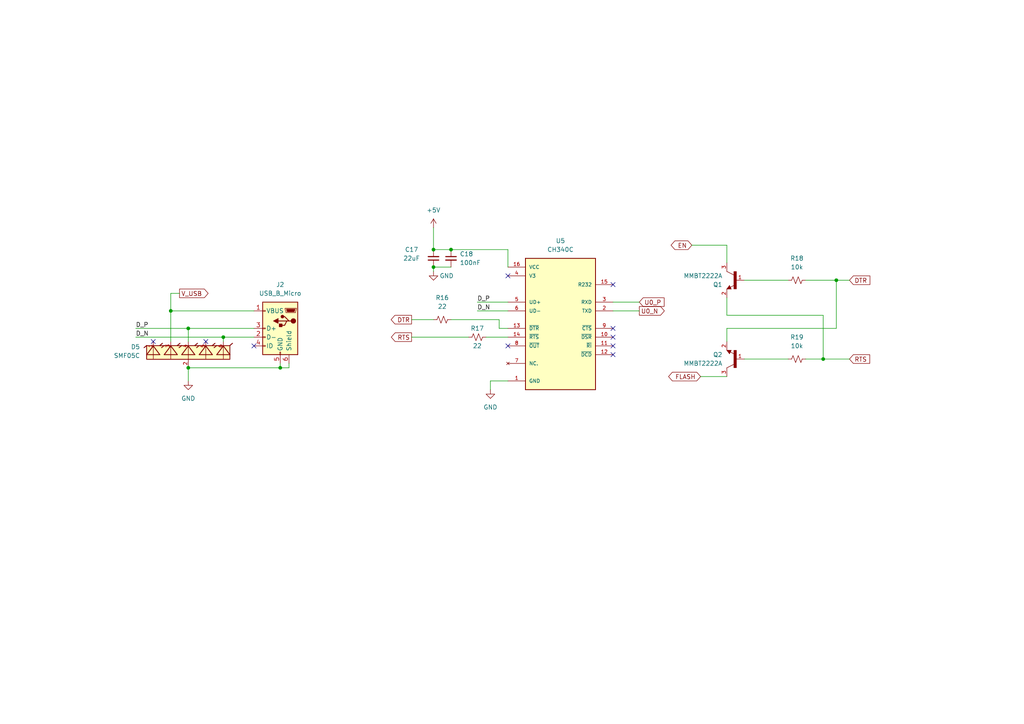
<source format=kicad_sch>
(kicad_sch (version 20230121) (generator eeschema)
  (paper "A4")
  (lib_symbols
    (symbol "CH340C:CH340C" (pin_names (offset 1.016))
      (property "Reference" "U" (at -10.16 20.955 0))
      (property "Value" "CH340C" (at -10.16 -20.32 0))
      (symbol "CH340C_0_0"
        (rectangle (start -10.16 -17.78) (end 10.16 20.32) (stroke (width 0.254)) (fill (type background)))
        (pin power_in line (at 15.24 -15.24 180) (length 5.08) (name "GND") (number "1"))
        (pin input line (at -15.24 -2.54 0) (length 5.08) (name "~{DSR}") (number "10"))
        (pin input line (at -15.24 -5.08 0) (length 5.08) (name "~{RI}") (number "11"))
        (pin input line (at -15.24 -7.62 0) (length 5.08) (name "~{DCD}") (number "12"))
        (pin output line (at 15.24 0 180) (length 5.08) (name "~{DTR}") (number "13"))
        (pin output line (at 15.24 -2.54 180) (length 5.08) (name "~{RTS}") (number "14"))
        (pin input line (at -15.24 12.7 0) (length 5.08) (name "R232") (number "15"))
        (pin power_in line (at 15.24 17.78 180) (length 5.08) (name "VCC") (number "16"))
        (pin output line (at -15.24 5.08 0) (length 5.08) (name "TXD") (number "2"))
        (pin input line (at -15.24 7.62 0) (length 5.08) (name "RXD") (number "3"))
        (pin power_in line (at 15.24 15.24 180) (length 5.08) (name "V3") (number "4"))
        (pin bidirectional line (at 15.24 7.62 180) (length 5.08) (name "UD+") (number "5"))
        (pin bidirectional line (at 15.24 5.08 180) (length 5.08) (name "UD-") (number "6"))
        (pin no_connect line (at 15.24 -10.16 180) (length 5.08) (name "NC.") (number "7"))
        (pin output line (at 15.24 -5.08 180) (length 5.08) (name "~{OUT}") (number "8"))
        (pin input line (at -15.24 0 0) (length 5.08) (name "~{CTS}") (number "9"))
      )
    )
    (symbol "Connector:USB_B_Micro" (pin_names (offset 1.016))
      (property "Reference" "J" (at -5.08 11.43 0))
      (property "Value" "USB_B_Micro" (at -5.08 8.89 0))
      (symbol "USB_B_Micro_0_1"
        (rectangle (start -5.08 -7.62) (end 5.08 7.62) (stroke (width 0.254)) (fill (type background)))
        (circle (center -3.81 2.159) (radius 0.635) (stroke (width 0.254)) (fill (type outline)))
        (circle (center -0.635 3.429) (radius 0.381) (stroke (width 0.254)) (fill (type outline)))
        (rectangle (start -0.127 -7.62) (end 0.127 -6.858))
        (polyline (pts (xy -1.905 2.159) (xy 0.635 2.159)) (stroke (width 0.254)))
        (polyline (pts (xy -3.175 2.159) (xy -2.54 2.159) (xy -1.27 3.429) (xy -0.635 3.429)) (stroke (width 0.254)))
        (polyline (pts (xy -2.54 2.159) (xy -1.905 2.159) (xy -1.27 0.889) (xy 0 0.889)) (stroke (width 0.254)))
        (polyline (pts (xy 0.635 2.794) (xy 0.635 1.524) (xy 1.905 2.159) (xy 0.635 2.794)) (stroke (width 0.254)) (fill (type outline)))
        (polyline (pts (xy -4.318 5.588) (xy -1.778 5.588) (xy -2.032 4.826) (xy -4.064 4.826) (xy -4.318 5.588)) (fill (type outline)))
        (polyline (pts (xy -4.699 5.842) (xy -4.699 5.588) (xy -4.445 4.826) (xy -4.445 4.572) (xy -1.651 4.572) (xy -1.651 4.826) (xy -1.397 5.588) (xy -1.397 5.842) (xy -4.699 5.842)))
        (rectangle (start 0.254 1.27) (end -0.508 0.508) (stroke (width 0.254)) (fill (type outline)))
        (rectangle (start 5.08 -5.207) (end 4.318 -4.953))
        (rectangle (start 5.08 -2.667) (end 4.318 -2.413))
        (rectangle (start 5.08 -0.127) (end 4.318 0.127))
        (rectangle (start 5.08 4.953) (end 4.318 5.207))
      )
      (symbol "USB_B_Micro_1_1"
        (pin power_out line (at 7.62 5.08 180) (length 2.54) (name "VBUS") (number "1"))
        (pin bidirectional line (at 7.62 -2.54 180) (length 2.54) (name "D-") (number "2"))
        (pin bidirectional line (at 7.62 0 180) (length 2.54) (name "D+") (number "3"))
        (pin passive line (at 7.62 -5.08 180) (length 2.54) (name "ID") (number "4"))
        (pin power_out line (at 0 -10.16 90) (length 2.54) (name "GND") (number "5"))
        (pin passive line (at -2.54 -10.16 90) (length 2.54) (name "Shield") (number "6"))
      )
    )
    (symbol "Device:C_Small" (pin_numbers hide) (pin_names (offset 0.254) hide)
      (property "Reference" "C" (at 0.254 1.778 0))
      (property "Value" "C_Small" (at 0.254 -2.032 0))
      (symbol "C_Small_0_1"
        (polyline (pts (xy -1.524 -0.508) (xy 1.524 -0.508)) (stroke (width 0.3302)))
        (polyline (pts (xy -1.524 0.508) (xy 1.524 0.508)) (stroke (width 0.3048)))
      )
      (symbol "C_Small_1_1"
        (pin passive line (at 0 2.54 270) (length 2.032) (name "~") (number "1"))
        (pin passive line (at 0 -2.54 90) (length 2.032) (name "~") (number "2"))
      )
    )
    (symbol "Device:R_Small_US" (pin_numbers hide) (pin_names (offset 0.254) hide)
      (property "Reference" "R" (at 0.762 0.508 0))
      (property "Value" "R_Small_US" (at 0.762 -1.016 0))
      (symbol "R_Small_US_1_1"
        (polyline (pts (xy 0 0) (xy 1.016 -0.381) (xy 0 -0.762) (xy -1.016 -1.143) (xy 0 -1.524)))
        (polyline (pts (xy 0 1.524) (xy 1.016 1.143) (xy 0 0.762) (xy -1.016 0.381) (xy 0 0)))
        (pin passive line (at 0 2.54 270) (length 1.016) (name "~") (number "1"))
        (pin passive line (at 0 -2.54 90) (length 1.016) (name "~") (number "2"))
      )
    )
    (symbol "MMBT2222A:MMBT2222A" (pin_names (offset 1.016))
      (property "Reference" "Q" (at -10.1729 7.6297 0))
      (property "Value" "MMBT2222A" (at -10.1683 5.0841 0))
      (symbol "MMBT2222A_0_0"
        (rectangle (start -0.2545 -2.5449) (end 0.508 2.54) (stroke (width 0.1)) (fill (type outline)))
        (polyline (pts (xy 1.27 -2.54) (xy 1.778 -1.524)) (stroke (width 0.1524)))
        (polyline (pts (xy 1.524 -2.413) (xy 2.286 -2.413)) (stroke (width 0.254)))
        (polyline (pts (xy 1.524 -2.286) (xy 1.905 -2.286)) (stroke (width 0.254)))
        (polyline (pts (xy 1.54 -2.04) (xy 0.308 -1.424)) (stroke (width 0.1524)))
        (polyline (pts (xy 1.778 -1.778) (xy 1.524 -2.286)) (stroke (width 0.254)))
        (polyline (pts (xy 1.778 -1.524) (xy 2.54 -2.54)) (stroke (width 0.1524)))
        (polyline (pts (xy 1.905 -2.286) (xy 1.778 -2.032)) (stroke (width 0.254)))
        (polyline (pts (xy 2.286 -2.413) (xy 1.778 -1.778)) (stroke (width 0.254)))
        (polyline (pts (xy 2.54 -2.54) (xy 1.27 -2.54)) (stroke (width 0.1524)))
        (polyline (pts (xy 2.54 2.54) (xy 0.508 1.524)) (stroke (width 0.1524)))
        (pin passive line (at -2.54 0 0) (length 2.54) (name "~") (number "1"))
        (pin passive line (at 2.54 -5.08 90) (length 2.54) (name "~") (number "2"))
        (pin passive line (at 2.54 5.08 270) (length 2.54) (name "~") (number "3"))
      )
    )
    (symbol "SMF05C:SMF05C" (pin_names (offset 1.016))
      (property "Reference" "D" (at -23.0178 0.1016 0))
      (property "Value" "SMF05C" (at -23.0396 -1.9581 0))
      (symbol "SMF05C_0_0"
        (rectangle (start -9.525 -2.6035) (end 14.605 1.3335) (stroke (width 0.254)) (fill (type background)))
        (polyline (pts (xy -9.525 -1.27) (xy -5.715 -1.27)) (stroke (width 0.254)))
        (polyline (pts (xy -9.525 1.397) (xy -10.287 0.762)) (stroke (width 0.254)))
        (polyline (pts (xy -7.62 0) (xy -7.62 -2.54)) (stroke (width 0.1524)))
        (polyline (pts (xy -7.62 1.27) (xy -9.525 -1.27)) (stroke (width 0.254)))
        (polyline (pts (xy -5.715 -1.27) (xy -7.62 1.27)) (stroke (width 0.254)))
        (polyline (pts (xy -5.715 1.397) (xy -4.953 2.032)) (stroke (width 0.254)))
        (polyline (pts (xy -4.445 -1.27) (xy -0.635 -1.27)) (stroke (width 0.254)))
        (polyline (pts (xy -4.445 1.397) (xy -5.207 0.762)) (stroke (width 0.254)))
        (polyline (pts (xy -2.54 0) (xy -2.54 -2.54)) (stroke (width 0.1524)))
        (polyline (pts (xy -2.54 1.27) (xy -4.445 -1.27)) (stroke (width 0.254)))
        (polyline (pts (xy -0.635 -1.27) (xy -2.54 1.27)) (stroke (width 0.254)))
        (polyline (pts (xy -0.635 1.397) (xy 0.127 2.032)) (stroke (width 0.254)))
        (polyline (pts (xy 0.635 -1.27) (xy 4.445 -1.27)) (stroke (width 0.254)))
        (polyline (pts (xy 0.635 1.397) (xy -0.127 0.762)) (stroke (width 0.254)))
        (polyline (pts (xy 2.54 0) (xy 2.54 -2.54)) (stroke (width 0.1524)))
        (polyline (pts (xy 2.54 1.27) (xy 0.635 -1.27)) (stroke (width 0.254)))
        (polyline (pts (xy 4.445 -1.27) (xy 2.54 1.27)) (stroke (width 0.254)))
        (polyline (pts (xy 4.445 1.397) (xy 5.207 2.032)) (stroke (width 0.254)))
        (polyline (pts (xy 5.715 -1.27) (xy 9.525 -1.27)) (stroke (width 0.254)))
        (polyline (pts (xy 5.715 1.397) (xy 4.953 0.762)) (stroke (width 0.254)))
        (polyline (pts (xy 7.62 0) (xy 7.62 -2.54)) (stroke (width 0.1524)))
        (polyline (pts (xy 7.62 1.27) (xy 5.715 -1.27)) (stroke (width 0.254)))
        (polyline (pts (xy 9.525 -1.27) (xy 7.62 1.27)) (stroke (width 0.254)))
        (polyline (pts (xy 9.525 1.397) (xy 10.287 2.032)) (stroke (width 0.254)))
        (polyline (pts (xy 10.795 -1.27) (xy 14.605 -1.27)) (stroke (width 0.254)))
        (polyline (pts (xy 10.795 1.397) (xy 10.033 0.762)) (stroke (width 0.254)))
        (polyline (pts (xy 12.7 0) (xy 12.7 -2.54)) (stroke (width 0.1524)))
        (polyline (pts (xy 12.7 1.27) (xy 10.795 -1.27)) (stroke (width 0.254)))
        (polyline (pts (xy 14.605 -1.27) (xy 12.7 1.27)) (stroke (width 0.254)))
        (polyline (pts (xy 14.605 1.397) (xy 15.367 2.032)) (stroke (width 0.254)))
        (pin passive line (at -7.62 2.54 270) (length 2.54) (name "~") (number "1"))
        (pin passive line (at 2.54 -5.08 90) (length 2.54) (name "~") (number "2"))
        (pin passive line (at -2.54 2.54 270) (length 2.54) (name "~") (number "3"))
        (pin passive line (at 2.54 2.54 270) (length 2.54) (name "~") (number "4"))
        (pin passive line (at 7.62 2.54 270) (length 2.54) (name "~") (number "5"))
        (pin passive line (at 12.7 2.54 270) (length 2.54) (name "~") (number "6"))
      )
    )
    (symbol "power:+5V" (power) (pin_names (offset 0))
      (property "Value" "+5V" (at 0 3.556 0))
      (symbol "+5V_0_1"
        (polyline (pts (xy -0.762 1.27) (xy 0 2.54)))
        (polyline (pts (xy 0 0) (xy 0 2.54)))
        (polyline (pts (xy 0 2.54) (xy 0.762 1.27)))
      )
      (symbol "+5V_1_1"
        (pin power_in line (at 0 0 90) (length 0) hide (name "+5V") (number "1"))
      )
    )
    (symbol "power:GND" (power) (pin_names (offset 0))
      (property "Value" "GND" (at 0 -3.81 0))
      (symbol "GND_0_1"
        (polyline (pts (xy 0 0) (xy 0 -1.27) (xy 1.27 -1.27) (xy 0 -2.54) (xy -1.27 -1.27) (xy 0 -1.27)))
      )
      (symbol "GND_1_1"
        (pin power_in line (at 0 0 270) (length 0) hide (name "GND") (number "1"))
      )
    )
  )
  (junction (at 125.73 77.47))
  (junction (at 81.28 106.68))
  (junction (at 49.53 90.17))
  (junction (at 242.57 81.28))
  (junction (at 125.73 72.39))
  (junction (at 54.61 95.25))
  (junction (at 54.61 106.68))
  (junction (at 238.76 104.14))
  (junction (at 64.77 97.79))
  (junction (at 130.81 72.39))
  (no_connect (at 73.66 100.33))
  (no_connect (at 177.8 100.33))
  (no_connect (at 177.8 82.55))
  (no_connect (at 59.69 99.06))
  (no_connect (at 177.8 102.87))
  (no_connect (at 177.8 97.79))
  (no_connect (at 147.32 100.33))
  (no_connect (at 147.32 80.01))
  (no_connect (at 44.45 99.06))
  (no_connect (at 177.8 95.25))
  (wire (pts (xy 144.78 95.25) (xy 147.32 95.25)))
  (wire (pts (xy 210.82 71.12) (xy 210.82 76.2)))
  (wire (pts (xy 233.68 81.28) (xy 242.57 81.28)))
  (wire (pts (xy 49.53 90.17) (xy 49.53 99.06)))
  (wire (pts (xy 210.82 99.06) (xy 210.82 95.25)))
  (wire (pts (xy 177.8 90.17) (xy 185.42 90.17)))
  (wire (pts (xy 142.24 110.49) (xy 142.24 113.03)))
  (wire (pts (xy 49.53 90.17) (xy 73.66 90.17)))
  (wire (pts (xy 138.43 90.17) (xy 147.32 90.17)))
  (wire (pts (xy 144.78 92.71) (xy 144.78 95.25)))
  (wire (pts (xy 238.76 91.44) (xy 238.76 104.14)))
  (wire (pts (xy 242.57 81.28) (xy 246.38 81.28)))
  (wire (pts (xy 125.73 77.47) (xy 125.73 78.74)))
  (wire (pts (xy 177.8 87.63) (xy 185.42 87.63)))
  (wire (pts (xy 215.9 104.14) (xy 228.6 104.14)))
  (wire (pts (xy 140.97 97.79) (xy 147.32 97.79)))
  (wire (pts (xy 130.81 72.39) (xy 147.32 72.39)))
  (wire (pts (xy 54.61 95.25) (xy 54.61 99.06)))
  (wire (pts (xy 39.37 97.79) (xy 64.77 97.79)))
  (wire (pts (xy 210.82 91.44) (xy 238.76 91.44)))
  (wire (pts (xy 210.82 95.25) (xy 242.57 95.25)))
  (wire (pts (xy 125.73 72.39) (xy 130.81 72.39)))
  (wire (pts (xy 147.32 110.49) (xy 142.24 110.49)))
  (wire (pts (xy 39.37 95.25) (xy 54.61 95.25)))
  (wire (pts (xy 64.77 97.79) (xy 73.66 97.79)))
  (wire (pts (xy 125.73 77.47) (xy 130.81 77.47)))
  (wire (pts (xy 215.9 81.28) (xy 228.6 81.28)))
  (wire (pts (xy 242.57 95.25) (xy 242.57 81.28)))
  (wire (pts (xy 210.82 91.44) (xy 210.82 86.36)))
  (wire (pts (xy 238.76 104.14) (xy 246.38 104.14)))
  (wire (pts (xy 130.81 92.71) (xy 144.78 92.71)))
  (wire (pts (xy 125.73 66.04) (xy 125.73 72.39)))
  (wire (pts (xy 200.66 71.12) (xy 210.82 71.12)))
  (wire (pts (xy 81.28 106.68) (xy 54.61 106.68)))
  (wire (pts (xy 81.28 105.41) (xy 81.28 106.68)))
  (wire (pts (xy 203.2 109.22) (xy 210.82 109.22)))
  (wire (pts (xy 54.61 106.68) (xy 54.61 110.49)))
  (wire (pts (xy 119.38 97.79) (xy 135.89 97.79)))
  (wire (pts (xy 52.07 85.09) (xy 49.53 85.09)))
  (wire (pts (xy 83.82 105.41) (xy 83.82 106.68)))
  (wire (pts (xy 147.32 72.39) (xy 147.32 77.47)))
  (wire (pts (xy 233.68 104.14) (xy 238.76 104.14)))
  (wire (pts (xy 138.43 87.63) (xy 147.32 87.63)))
  (wire (pts (xy 49.53 85.09) (xy 49.53 90.17)))
  (wire (pts (xy 83.82 106.68) (xy 81.28 106.68)))
  (wire (pts (xy 119.38 92.71) (xy 125.73 92.71)))
  (wire (pts (xy 54.61 95.25) (xy 73.66 95.25)))
  (wire (pts (xy 64.77 97.79) (xy 64.77 99.06)))
  (label "D_N" (at 138.43 90.17 0))
  (label "D_N" (at 39.37 97.79 0))
  (label "D_P" (at 138.43 87.63 0))
  (label "D_P" (at 39.37 95.25 0))
  (global_label "U0_P" (shape input) (at 185.42 87.63 0) (property "Intersheetrefs" "${INTERSHEET_REFS}" (effects hide)))
  (global_label "DTR" (shape input) (at 246.38 81.28 0) (property "Intersheetrefs" "${INTERSHEET_REFS}" (effects hide)))
  (global_label "FLASH" (shape bidirectional) (at 203.2 109.22 180) (property "Intersheetrefs" "${INTERSHEET_REFS}" (effects hide)))
  (global_label "DTR" (shape output) (at 119.38 92.71 180) (property "Intersheetrefs" "${INTERSHEET_REFS}" (effects hide)))
  (global_label "V_USB" (shape output) (at 52.07 85.09 0) (property "Intersheetrefs" "${INTERSHEET_REFS}" (effects hide)))
  (global_label "RTS" (shape input) (at 246.38 104.14 0) (property "Intersheetrefs" "${INTERSHEET_REFS}" (effects hide)))
  (global_label "RTS" (shape output) (at 119.38 97.79 180) (property "Intersheetrefs" "${INTERSHEET_REFS}" (effects hide)))
  (global_label "EN" (shape bidirectional) (at 200.66 71.12 180) (property "Intersheetrefs" "${INTERSHEET_REFS}" (effects hide)))
  (global_label "U0_N" (shape output) (at 185.42 90.17 0) (property "Intersheetrefs" "${INTERSHEET_REFS}" (effects hide)))
  (symbol (lib_id "Device:R_Small_US") (at 231.14 104.14 90) (unit 1)
    (property "Reference" "R19" (at 231.14 97.79 90))
    (property "Value" "10k" (at 231.14 100.33 90))
    (property "Footprint" "Resistor_SMD:R_0805_2012Metric_Pad1.20x1.40mm_HandSolder" (effects hide))
  )
  (symbol (lib_id "MMBT2222A:MMBT2222A") (at 213.36 81.28 0) (mirror y) (unit 1)
    (property "Reference" "Q1" (at 209.55 82.55 0) (effects (justify left)))
    (property "Value" "MMBT2222A" (at 209.55 80.01 0) (effects (justify left)))
    (property "Footprint" "MMBT2222A:MMBT2222A" (effects hide))
    (property "DIGIKEY" "568-4509-6-ND" (effects hide))
    (property "ELEMENT14" "1757934" (effects hide))
  )
  (symbol (lib_id "Device:R_Small_US") (at 128.27 92.71 90) (unit 1)
    (property "Reference" "R16" (at 128.27 86.36 90))
    (property "Value" "22" (at 128.27 88.9 90))
    (property "Footprint" "Resistor_SMD:R_0805_2012Metric_Pad1.20x1.40mm_HandSolder" (effects hide))
  )
  (symbol (lib_id "Device:R_Small_US") (at 231.14 81.28 90) (unit 1)
    (property "Reference" "R18" (at 231.14 74.93 90))
    (property "Value" "10k" (at 231.14 77.47 90))
    (property "Footprint" "Resistor_SMD:R_0805_2012Metric_Pad1.20x1.40mm_HandSolder" (effects hide))
  )
  (symbol (lib_id "SMF05C:SMF05C") (at 52.07 101.6 0) (unit 1)
    (property "Reference" "D5" (at 40.64 100.6157 0) (effects (justify right)))
    (property "Value" "SMF05C" (at 40.64 103.1557 0) (effects (justify right)))
    (property "Footprint" "SMF05C:SC70-6" (effects hide))
  )
  (symbol (lib_id "Connector:USB_B_Micro") (at 81.28 95.25 0) (mirror y) (unit 1)
    (property "Reference" "J2" (at 81.28 82.55 0))
    (property "Value" "USB_B_Micro" (at 81.28 85.09 0))
    (property "Footprint" "Connector_USB:USB_Micro-B_Wuerth_629105150521" (effects hide))
  )
  (symbol (lib_id "power:+5V") (at 125.73 66.04 0) (unit 1)
    (property "Reference" "#PWR035" (effects hide))
    (property "Value" "+5V" (at 125.73 60.96 0))
  )
  (symbol (lib_id "power:GND") (at 54.61 110.49 0) (unit 1)
    (property "Reference" "#PWR034" (effects hide))
    (property "Value" "GND" (at 54.61 115.57 0))
  )
  (symbol (lib_id "power:GND") (at 125.73 78.74 0) (unit 1)
    (property "Reference" "#PWR036" (effects hide))
    (property "Value" "GND" (at 129.54 80.01 0))
  )
  (symbol (lib_id "MMBT2222A:MMBT2222A") (at 213.36 104.14 180) (unit 1)
    (property "Reference" "Q2" (at 209.55 102.87 0) (effects (justify left)))
    (property "Value" "MMBT2222A" (at 209.55 105.41 0) (effects (justify left)))
    (property "Footprint" "MMBT2222A:MMBT2222A" (effects hide))
    (property "DIGIKEY" "568-4509-6-ND" (effects hide))
    (property "ELEMENT14" "1757934" (effects hide))
  )
  (symbol (lib_id "power:GND") (at 142.24 113.03 0) (unit 1)
    (property "Reference" "#PWR037" (effects hide))
    (property "Value" "GND" (at 142.24 118.11 0))
  )
  (symbol (lib_id "Device:R_Small_US") (at 138.43 97.79 90) (unit 1)
    (property "Reference" "R17" (at 138.43 95.25 90))
    (property "Value" "22" (at 138.43 100.33 90))
    (property "Footprint" "Resistor_SMD:R_0805_2012Metric_Pad1.20x1.40mm_HandSolder" (effects hide))
  )
  (symbol (lib_id "Device:C_Small") (at 125.73 74.93 180) (unit 1)
    (property "Reference" "C17" (at 119.38 72.39 0))
    (property "Value" "22uF" (at 119.38 74.93 0))
    (property "Footprint" "Capacitor_SMD:C_0805_2012Metric_Pad1.18x1.45mm_HandSolder" (effects hide))
  )
  (symbol (lib_id "Device:C_Small") (at 130.81 74.93 0) (unit 1)
    (property "Reference" "C18" (at 133.35 73.6663 0) (effects (justify left)))
    (property "Value" "100nF" (at 133.35 76.2063 0) (effects (justify left)))
    (property "Footprint" "Capacitor_SMD:C_0805_2012Metric_Pad1.18x1.45mm_HandSolder" (effects hide))
  )
  (symbol (lib_id "CH340C:CH340C") (at 162.56 95.25 0) (mirror y) (unit 1)
    (property "Reference" "U5" (at 162.56 69.85 0))
    (property "Value" "CH340C" (at 162.56 72.39 0))
    (property "Footprint" "CH340C:SOIC127P600X180-16N" (effects hide))
    (property "PARTREV" "2G" (effects hide))
    (property "STANDARD" "IPC 7351B" (effects hide))
    (property "MAXIMUM_PACKAGE_HEIGHT" "1.8 mm" (effects hide))
    (property "MANUFACTURER" "WCH" (effects hide))
  )
)
</source>
